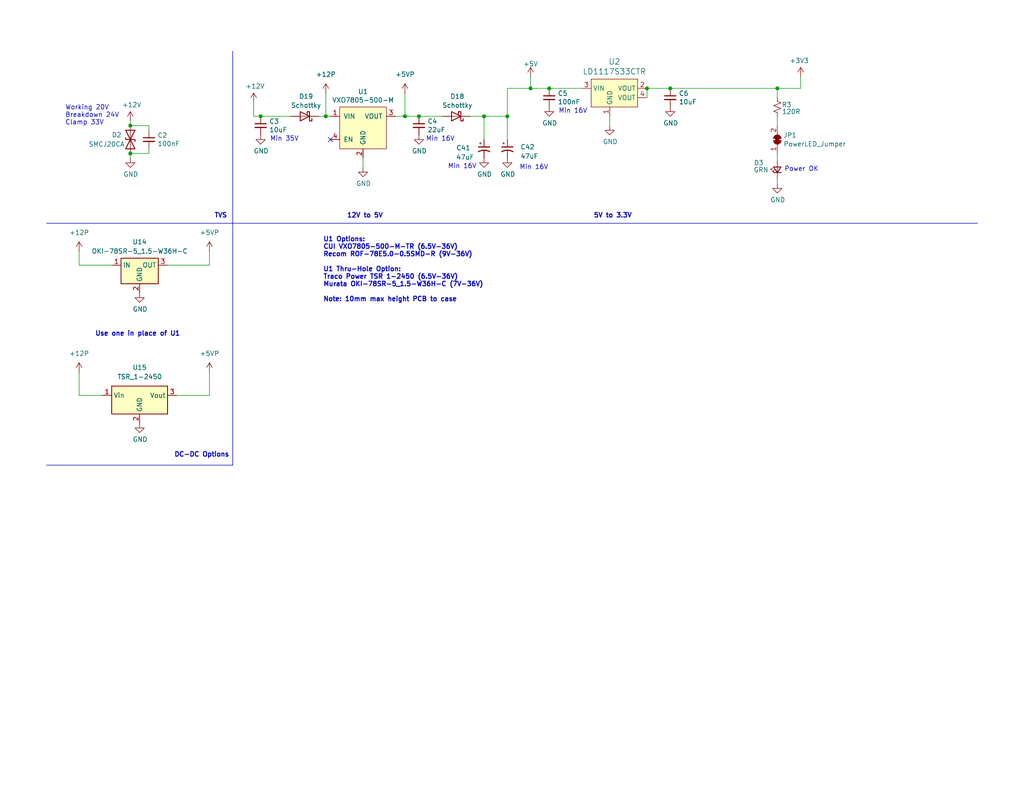
<source format=kicad_sch>
(kicad_sch (version 20250114) (generator "eeschema") (generator_version "9.0")
  (paper "USLetter")
  (title_block (title "dingoPDM") (date "2025-06-16") (rev "v7.5") (comment 3 "github.com/corygrant") (comment 4 "Cory Grant"))
  (lib_symbols
    (symbol "CUI_Regulators:VXO780x-500-M" (pin_names (offset 1.016))
      (property "Reference" "U" (at 3.81 -7.62 0))
      (property "Value" "VXO780x-500-M" (at 0 6.35 0))
      (symbol "VXO780x-500-M_0_1"
        (rectangle (start -6.35 5.08) (end 6.35 -6.35) (fill (type background)))
      )
      (symbol "VXO780x-500-M_1_1"
        (pin power_in line (at -8.89 2.54 0) (length 2.54) (name "VIN") (number "1"))
        (pin input line (at -8.89 -3.81 0) (length 2.54) (name "EN") (number "4"))
        (pin power_in line (at 0 -8.89 90) (length 2.54) (name "GND") (number "2"))
        (pin power_out line (at 8.89 2.54 180) (length 2.54) (name "VOUT") (number "3"))
      )
    )
    (symbol "Converter_DCDC:OKI-78SR-5_1.5-W36H-C"
      (property "Reference" "U" (at -3.81 3.175 0))
      (property "Value" "OKI-78SR-5_1.5-W36H-C" (at 0 3.175 0))
      (symbol "OKI-78SR-5_1.5-W36H-C_0_1"
        (rectangle (start -5.08 1.905) (end 5.08 -5.08) (stroke (width 0.254)) (fill (type background)))
      )
      (symbol "OKI-78SR-5_1.5-W36H-C_1_1"
        (pin power_in line (at -7.62 0 0) (length 2.54) (name "IN") (number "1"))
        (pin power_in line (at 0 -7.62 90) (length 2.54) (name "GND") (number "2"))
        (pin power_out line (at 7.62 0 180) (length 2.54) (name "OUT") (number "3"))
      )
    )
    (symbol "Device:C_Polarized_Small_US" (pin_numbers (hide yes)) (pin_names (offset 0.254) (hide yes))
      (property "Reference" "C" (at 0.254 1.778 0))
      (property "Value" "C_Polarized_Small_US" (at 0.254 -2.032 0))
      (symbol "C_Polarized_Small_US_0_1"
        (polyline (pts (xy -1.524 0.508) (xy 1.524 0.508)) (stroke (width 0.3048)))
        (polyline (pts (xy -1.27 1.524) (xy -0.762 1.524)))
        (polyline (pts (xy -1.016 1.27) (xy -1.016 1.778)))
        (arc (start -1.524 -0.762) (mid 0 -0.3734) (end 1.524 -0.762) (stroke (width 0.3048)))
      )
      (symbol "C_Polarized_Small_US_1_1"
        (pin passive line (at 0 2.54 270) (length 2.032) (name "~") (number "1"))
        (pin passive line (at 0 -2.54 90) (length 2.032) (name "~") (number "2"))
      )
    )
    (symbol "Device:C_Small" (pin_numbers (hide yes)) (pin_names (offset 0.254) (hide yes))
      (property "Reference" "C" (at 0.254 1.778 0))
      (property "Value" "C_Small" (at 0.254 -2.032 0))
      (symbol "C_Small_0_1"
        (polyline (pts (xy -1.524 0.508) (xy 1.524 0.508)) (stroke (width 0.3048)))
        (polyline (pts (xy -1.524 -0.508) (xy 1.524 -0.508)) (stroke (width 0.3302)))
      )
      (symbol "C_Small_1_1"
        (pin passive line (at 0 2.54 270) (length 2.032) (name "~") (number "1"))
        (pin passive line (at 0 -2.54 90) (length 2.032) (name "~") (number "2"))
      )
    )
    (symbol "Device:D_Schottky" (pin_numbers (hide yes)) (pin_names (offset 1.016) (hide yes))
      (property "Reference" "D" (at 0 2.54 0))
      (property "Value" "D_Schottky" (at 0 -2.54 0))
      (symbol "D_Schottky_0_1"
        (polyline (pts (xy -1.905 0.635) (xy -1.905 1.27) (xy -1.27 1.27) (xy -1.27 -1.27) (xy -0.635 -1.27) (xy -0.635 -0.635)) (stroke (width 0.254)))
        (polyline (pts (xy 1.27 1.27) (xy 1.27 -1.27) (xy -1.27 0) (xy 1.27 1.27)) (stroke (width 0.254)))
        (polyline (pts (xy 1.27 0) (xy -1.27 0)))
      )
      (symbol "D_Schottky_1_1"
        (pin passive line (at -3.81 0 0) (length 2.54) (name "K") (number "1"))
        (pin passive line (at 3.81 0 180) (length 2.54) (name "A") (number "2"))
      )
    )
    (symbol "Device:D_TVS" (pin_numbers (hide yes)) (pin_names (offset 1.016) (hide yes))
      (property "Reference" "D" (at 0 2.54 0))
      (property "Value" "D_TVS" (at 0 -2.54 0))
      (symbol "D_TVS_0_1"
        (polyline (pts (xy -2.54 1.27) (xy -2.54 -1.27) (xy 2.54 1.27) (xy 2.54 -1.27) (xy -2.54 1.27)) (stroke (width 0.254)))
        (polyline (pts (xy 0.508 1.27) (xy 0 1.27) (xy 0 -1.27) (xy -0.508 -1.27)) (stroke (width 0.254)))
        (polyline (pts (xy 1.27 0) (xy -1.27 0)))
      )
      (symbol "D_TVS_1_1"
        (pin passive line (at -3.81 0 0) (length 2.54) (name "A1") (number "1"))
        (pin passive line (at 3.81 0 180) (length 2.54) (name "A2") (number "2"))
      )
    )
    (symbol "Device:LED_Small" (pin_numbers (hide yes)) (pin_names (offset 0.254) (hide yes))
      (property "Reference" "D" (at -1.27 3.175 0))
      (property "Value" "LED_Small" (at -4.445 -2.54 0))
      (symbol "LED_Small_0_1"
        (polyline (pts (xy -0.762 -1.016) (xy -0.762 1.016)) (stroke (width 0.254)))
        (polyline (pts (xy 0 0.762) (xy -0.508 1.27) (xy -0.254 1.27) (xy -0.508 1.27) (xy -0.508 1.016)))
        (polyline (pts (xy 0.508 1.27) (xy 0 1.778) (xy 0.254 1.778) (xy 0 1.778) (xy 0 1.524)))
        (polyline (pts (xy 0.762 -1.016) (xy -0.762 0) (xy 0.762 1.016) (xy 0.762 -1.016)) (stroke (width 0.254)))
        (polyline (pts (xy 1.016 0) (xy -0.762 0)))
      )
      (symbol "LED_Small_1_1"
        (pin passive line (at -2.54 0 0) (length 1.778) (name "K") (number "1"))
        (pin passive line (at 2.54 0 180) (length 1.778) (name "A") (number "2"))
      )
    )
    (symbol "Device:R_Small_US" (pin_numbers (hide yes)) (pin_names (offset 0.254) (hide yes))
      (property "Reference" "R" (at 0.762 0.508 0))
      (property "Value" "R_Small_US" (at 0.762 -1.016 0))
      (symbol "R_Small_US_1_1"
        (polyline (pts (xy 0 1.524) (xy 1.016 1.143) (xy 0 0.762) (xy -1.016 0.381) (xy 0 0)))
        (polyline (pts (xy 0 0) (xy 1.016 -0.381) (xy 0 -0.762) (xy -1.016 -1.143) (xy 0 -1.524)))
        (pin passive line (at 0 2.54 270) (length 1.016) (name "~") (number "1"))
        (pin passive line (at 0 -2.54 90) (length 1.016) (name "~") (number "2"))
      )
    )
    (symbol "Jumper:SolderJumper_2_Bridged" (pin_names (offset 0) (hide yes))
      (property "Reference" "JP" (at 0 2.032 0))
      (property "Value" "SolderJumper_2_Bridged" (at 0 -2.54 0))
      (symbol "SolderJumper_2_Bridged_0_1"
        (rectangle (start -0.508 0.508) (end 0.508 -0.508) (fill (type outline)))
        (polyline (pts (xy -0.254 1.016) (xy -0.254 -1.016)))
        (arc (start -0.254 -1.016) (mid -1.2656 0) (end -0.254 1.016))
        (arc (start -0.254 -1.016) (mid -1.2656 0) (end -0.254 1.016) (fill (type outline)))
        (arc (start 0.254 1.016) (mid 1.2656 0) (end 0.254 -1.016))
        (arc (start 0.254 1.016) (mid 1.2656 0) (end 0.254 -1.016) (fill (type outline)))
        (polyline (pts (xy 0.254 1.016) (xy 0.254 -1.016)))
      )
      (symbol "SolderJumper_2_Bridged_1_1"
        (pin passive line (at -3.81 0 0) (length 2.54) (name "A") (number "1"))
        (pin passive line (at 3.81 0 180) (length 2.54) (name "B") (number "2"))
      )
    )
    (symbol "Regulator_Switching:TSR_1-2450"
      (property "Reference" "U" (at -7.62 6.35 0))
      (property "Value" "TSR_1-2450" (at -1.27 6.35 0))
      (symbol "TSR_1-2450_0_1"
        (rectangle (start -7.62 5.08) (end 7.62 -2.54) (stroke (width 0.254)) (fill (type background)))
      )
      (symbol "TSR_1-2450_1_1"
        (pin power_in line (at -10.16 2.54 0) (length 2.54) (name "Vin") (number "1"))
        (pin power_in line (at 0 -5.08 90) (length 2.54) (name "GND") (number "2"))
        (pin power_out line (at 10.16 2.54 180) (length 2.54) (name "Vout") (number "3"))
      )
    )
    (symbol "dk_PMIC-Voltage-Regulators-Linear:LD1117S33CTR"
      (property "Reference" "U" (at 1.27 3.81 0))
      (property "Value" "LD1117S33CTR" (at 1.27 6.35 0))
      (symbol "LD1117S33CTR_1_1"
        (rectangle (start -5.08 2.54) (end 7.62 -5.08) (fill (type background)))
        (pin power_in line (at -7.62 0 0) (length 2.54) (name "VIN") (number "3"))
        (pin power_in line (at 0 -7.62 90) (length 2.54) (name "GND") (number "1"))
        (pin power_out line (at 10.16 0 180) (length 2.54) (name "VOUT") (number "2"))
        (pin power_out line (at 10.16 -2.54 180) (length 2.54) (name "VOUT") (number "4"))
      )
    )
    (symbol "power:+12P" (power) (pin_numbers (hide yes)) (pin_names (offset 0) (hide yes))
      (property "Value" "+12P" (at 0 3.556 0))
      (symbol "+12P_0_1"
        (polyline (pts (xy -0.762 1.27) (xy 0 2.54)))
        (polyline (pts (xy 0 2.54) (xy 0.762 1.27)))
        (polyline (pts (xy 0 0) (xy 0 2.54)))
      )
      (symbol "+12P_1_1"
        (pin power_in line (at 0 0 90) (length 0) (name "~") (number "1"))
      )
    )
    (symbol "power:+12V" (power) (pin_names (offset 0))
      (property "Value" "+12V" (at 0 3.556 0))
      (symbol "+12V_0_1"
        (polyline (pts (xy -0.762 1.27) (xy 0 2.54)))
        (polyline (pts (xy 0 2.54) (xy 0.762 1.27)))
        (polyline (pts (xy 0 0) (xy 0 2.54)))
      )
      (symbol "+12V_1_1"
        (pin power_in line (at 0 0 90) (length 0) (hide yes) (name "+12V") (number "1"))
      )
    )
    (symbol "power:+3V3" (power) (pin_names (offset 0))
      (property "Value" "+3V3" (at 0 3.556 0))
      (symbol "+3V3_0_1"
        (polyline (pts (xy -0.762 1.27) (xy 0 2.54)))
        (polyline (pts (xy 0 2.54) (xy 0.762 1.27)))
        (polyline (pts (xy 0 0) (xy 0 2.54)))
      )
      (symbol "+3V3_1_1"
        (pin power_in line (at 0 0 90) (length 0) (hide yes) (name "+3V3") (number "1"))
      )
    )
    (symbol "power:+5V" (power) (pin_names (offset 0))
      (property "Value" "+5V" (at 0 3.556 0))
      (symbol "+5V_0_1"
        (polyline (pts (xy -0.762 1.27) (xy 0 2.54)))
        (polyline (pts (xy 0 2.54) (xy 0.762 1.27)))
        (polyline (pts (xy 0 0) (xy 0 2.54)))
      )
      (symbol "+5V_1_1"
        (pin power_in line (at 0 0 90) (length 0) (hide yes) (name "+5V") (number "1"))
      )
    )
    (symbol "power:+5VP" (power) (pin_numbers (hide yes)) (pin_names (offset 0) (hide yes))
      (property "Value" "+5VP" (at 0 3.556 0))
      (symbol "+5VP_0_1"
        (polyline (pts (xy -0.762 1.27) (xy 0 2.54)))
        (polyline (pts (xy 0 2.54) (xy 0.762 1.27)))
        (polyline (pts (xy 0 0) (xy 0 2.54)))
      )
      (symbol "+5VP_1_1"
        (pin power_in line (at 0 0 90) (length 0) (name "~") (number "1"))
      )
    )
    (symbol "power:GND" (power) (pin_names (offset 0))
      (property "Value" "GND" (at 0 -3.81 0))
      (symbol "GND_0_1"
        (polyline (pts (xy 0 0) (xy 0 -1.27) (xy 1.27 -1.27) (xy 0 -2.54) (xy -1.27 -1.27) (xy 0 -1.27)))
      )
      (symbol "GND_1_1"
        (pin power_in line (at 0 0 270) (length 0) (hide yes) (name "GND") (number "1"))
      )
    )
  )
  (text "Min 16V" (at 116.205 38.735 0) (effects (font (size 1.27 1.27)) (justify left bottom)))
  (text "TVS" (at 58.42 59.69 0) (effects (font (size 1.27 1.27) (thickness 0.254) (bold yes)) (justify left bottom)))
  (text "Min 35V" (at 73.66 38.735 0) (effects (font (size 1.27 1.27)) (justify left bottom)))
  (text "Power OK" (at 213.995 46.99 0) (effects (font (size 1.27 1.27)) (justify left bottom)))
  (text "Min 16V" (at 141.732 46.482 0) (effects (font (size 1.27 1.27)) (justify left bottom)))
  (text "5V to 3.3V" (at 161.925 59.69 0) (effects (font (size 1.27 1.27) (thickness 0.254) (bold yes)) (justify left bottom)))
  (text "U1 Options:\nCUI VXO7805-500-M-TR (6.5V-36V)\nRecom ROF-78E5.0-0.5SMD-R (9V-36V)\n\nU1 Thru-Hole Option:\nTraco Power TSR 1-2450 (6.5V-36V)\nMurata OKI-78SR-5_1.5-W36H-C (7V-36V)\n\nNote: 10mm max height PCB to case" (at 88.138 82.55 0) (effects (font (size 1.27 1.27) (thickness 0.254) (bold yes)) (justify left bottom)))
  (text "12V to 5V" (at 94.615 59.69 0) (effects (font (size 1.27 1.27) (thickness 0.254) (bold yes)) (justify left bottom)))
  (text "DC-DC Options" (at 47.498 124.968 0) (effects (font (size 1.27 1.27) (thickness 0.254) (bold yes)) (justify left bottom)))
  (text "Min 16V" (at 152.4 31.115 0) (effects (font (size 1.27 1.27)) (justify left bottom)))
  (text "Use one in place of U1" (at 25.908 91.948 0) (effects (font (size 1.27 1.27) (thickness 0.254) (bold yes)) (justify left bottom)))
  (text "Working 20V\nBreakdown 24V\nClamp 33V" (at 17.78 34.29 0) (effects (font (size 1.27 1.27)) (justify left bottom)))
  (text "Min 16V" (at 122.174 46.228 0) (effects (font (size 1.27 1.27)) (justify left bottom)))
  (junction (at 110.49 31.75))
  (junction (at 35.56 41.91))
  (junction (at 176.53 24.13))
  (junction (at 212.09 24.13))
  (junction (at 88.9 31.75))
  (junction (at 138.43 31.75))
  (junction (at 114.3 31.75))
  (junction (at 71.12 31.75))
  (junction (at 149.86 24.13))
  (junction (at 35.56 34.29))
  (junction (at 132.08 31.75))
  (junction (at 144.78 24.13))
  (junction (at 182.88 24.13))
  (no_connect (at 90.17 38.1))
  (wire (pts (xy 132.08 31.75) (xy 132.08 38.1)))
  (wire (pts (xy 218.44 20.955) (xy 218.44 24.13)))
  (wire (pts (xy 48.26 107.95) (xy 57.15 107.95)))
  (wire (pts (xy 35.56 41.91) (xy 40.64 41.91)))
  (wire (pts (xy 107.95 31.75) (xy 110.49 31.75)))
  (wire (pts (xy 110.49 31.75) (xy 114.3 31.75)))
  (polyline (pts (xy 12.7 60.96) (xy 266.7 60.96)))
  (wire (pts (xy 45.72 72.39) (xy 57.15 72.39)))
  (wire (pts (xy 128.27 31.75) (xy 132.08 31.75)))
  (wire (pts (xy 88.9 25.4) (xy 88.9 31.75)))
  (wire (pts (xy 21.59 107.95) (xy 21.59 101.6)))
  (polyline (pts (xy 63.5 13.97) (xy 63.5 60.96)))
  (wire (pts (xy 144.78 24.13) (xy 149.86 24.13)))
  (wire (pts (xy 212.09 24.13) (xy 218.44 24.13)))
  (wire (pts (xy 212.09 41.91) (xy 212.09 43.815)))
  (wire (pts (xy 132.08 31.75) (xy 138.43 31.75)))
  (wire (pts (xy 114.3 31.75) (xy 120.65 31.75)))
  (wire (pts (xy 176.53 26.67) (xy 176.53 24.13)))
  (wire (pts (xy 86.995 31.75) (xy 88.9 31.75)))
  (wire (pts (xy 30.48 72.39) (xy 21.59 72.39)))
  (wire (pts (xy 88.9 31.75) (xy 90.17 31.75)))
  (wire (pts (xy 212.09 24.13) (xy 212.09 26.67)))
  (wire (pts (xy 69.215 27.94) (xy 69.215 31.75)))
  (wire (pts (xy 27.94 107.95) (xy 21.59 107.95)))
  (wire (pts (xy 176.53 24.13) (xy 182.88 24.13)))
  (wire (pts (xy 35.56 34.29) (xy 40.64 34.29)))
  (wire (pts (xy 71.12 31.75) (xy 79.375 31.75)))
  (wire (pts (xy 158.75 24.13) (xy 149.86 24.13)))
  (wire (pts (xy 69.215 31.75) (xy 71.12 31.75)))
  (wire (pts (xy 110.49 25.4) (xy 110.49 31.75)))
  (wire (pts (xy 57.15 72.39) (xy 57.15 68.58)))
  (wire (pts (xy 40.64 34.29) (xy 40.64 35.56)))
  (wire (pts (xy 21.59 72.39) (xy 21.59 68.58)))
  (wire (pts (xy 212.09 50.165) (xy 212.09 48.895)))
  (polyline (pts (xy 63.5 60.96) (xy 63.5 127)))
  (polyline (pts (xy 12.7 127) (xy 63.5 127)))
  (wire (pts (xy 57.15 107.95) (xy 57.15 101.6)))
  (wire (pts (xy 138.43 24.13) (xy 144.78 24.13)))
  (wire (pts (xy 138.43 31.75) (xy 138.43 38.1)))
  (wire (pts (xy 99.06 43.18) (xy 99.06 45.72)))
  (wire (pts (xy 35.56 33.02) (xy 35.56 34.29)))
  (wire (pts (xy 138.43 31.75) (xy 138.43 24.13)))
  (wire (pts (xy 144.78 20.955) (xy 144.78 24.13)))
  (wire (pts (xy 35.56 41.91) (xy 35.56 43.18)))
  (wire (pts (xy 166.37 34.29) (xy 166.37 31.75)))
  (wire (pts (xy 40.64 41.91) (xy 40.64 40.64)))
  (wire (pts (xy 212.09 31.75) (xy 212.09 34.29)))
  (wire (pts (xy 182.88 24.13) (xy 212.09 24.13)))
  (symbol (lib_id "power:+12V") (at 69.215 27.94 0) (unit 1)
    (property "Reference" "#PWR07" (effects (hide yes)))
    (property "Value" "+12V" (at 69.596 23.5458 0))
  )
  (symbol (lib_id "power:GND") (at 99.06 45.72 0) (unit 1)
    (property "Reference" "#PWR010" (effects (hide yes)))
    (property "Value" "GND" (at 99.187 50.1142 0))
  )
  (symbol (lib_id "power:GND") (at 35.56 43.18 0) (unit 1)
    (property "Reference" "#PWR06" (effects (hide yes)))
    (property "Value" "GND" (at 35.687 47.5742 0))
  )
  (symbol (lib_id "power:+12V") (at 35.56 33.02 0) (unit 1)
    (property "Reference" "#PWR05" (effects (hide yes)))
    (property "Value" "+12V" (at 35.941 28.6258 0))
  )
  (symbol (lib_id "Device:D_TVS") (at 35.56 38.1 270) (unit 1)
    (property "Reference" "D2" (at 30.48 36.83 90) (effects (justify left)))
    (property "Value" "SMCJ20CA" (at 24.13 39.37 90) (effects (justify left)))
    (property "Footprint" "dingoPDM:DO-214AB_TVS" (effects (hide yes)))
    (property "Digi-Key_PN" "SMCJ20CABCT-ND" (effects (hide yes)))
    (property "LCSC" "C2760132" (effects (hide yes)))
  )
  (symbol (lib_id "Device:C_Small") (at 40.64 38.1 0) (unit 1)
    (property "Reference" "C2" (at 42.9768 36.9316 0) (effects (justify left)))
    (property "Value" "100nF" (at 42.9768 39.243 0) (effects (justify left)))
    (property "Footprint" "Capacitor_SMD:C_0805_2012Metric" (effects (hide yes)))
    (property "Digi-Key_PN" "478-1395-1-ND" (effects (hide yes)))
    (property "LCSC" "C49678" (effects (hide yes)))
  )
  (symbol (lib_id "CUI_Regulators:VXO780x-500-M") (at 99.06 34.29 0) (unit 1)
    (property "Reference" "U1" (at 99.06 25.019 0))
    (property "Value" "VXO7805-500-M" (at 99.06 27.3304 0))
    (property "Footprint" "dingoPDM:VXO78x-500-M" (effects (hide yes)))
    (property "Digi-Key_PN" "102-VXO7805-500-M-CT-ND" (effects (hide yes)))
  )
  (symbol (lib_id "Device:C_Small") (at 71.12 34.29 0) (unit 1)
    (property "Reference" "C3" (at 73.4568 33.1216 0) (effects (justify left)))
    (property "Value" "10uF" (at 73.4568 35.433 0) (effects (justify left)))
    (property "Footprint" "Capacitor_SMD:C_0805_2012Metric" (effects (hide yes)))
    (property "Digi-Key_PN" "445-11516-1-ND" (effects (hide yes)))
    (property "LCSC" "C15850" (effects (hide yes)))
  )
  (symbol (lib_id "Device:C_Small") (at 114.3 34.29 0) (unit 1)
    (property "Reference" "C4" (at 116.6368 33.1216 0) (effects (justify left)))
    (property "Value" "22uF" (at 116.6368 35.433 0) (effects (justify left)))
    (property "Footprint" "Capacitor_SMD:C_0805_2012Metric" (effects (hide yes)))
    (property "Digi-Key_PN" "490-10749-1-ND" (effects (hide yes)))
    (property "LCSC" "C45783" (effects (hide yes)))
  )
  (symbol (lib_id "power:GND") (at 114.3 36.83 0) (unit 1)
    (property "Reference" "#PWR011" (effects (hide yes)))
    (property "Value" "GND" (at 114.427 41.2242 0))
  )
  (symbol (lib_id "power:GND") (at 71.12 36.83 0) (unit 1)
    (property "Reference" "#PWR09" (effects (hide yes)))
    (property "Value" "GND" (at 71.247 41.2242 0))
  )
  (symbol (lib_id "dk_PMIC-Voltage-Regulators-Linear:LD1117S33CTR") (at 166.37 24.13 0) (unit 1)
    (property "Reference" "U2" (at 167.64 16.8402 0) (effects (font (size 1.524 1.524))))
    (property "Value" "LD1117S33CTR" (at 167.64 19.5326 0) (effects (font (size 1.524 1.524))))
    (property "Footprint" "dingoPDM:SOT-223" (effects (hide yes)))
    (property "Digi-Key_PN" "497-1241-1-ND" (effects (hide yes)))
    (property "LCSC" "C35879" (effects (hide yes)))
  )
  (symbol (lib_id "Device:C_Small") (at 149.86 26.67 0) (unit 1)
    (property "Reference" "C5" (at 152.1968 25.5016 0) (effects (justify left)))
    (property "Value" "100nF" (at 152.1968 27.813 0) (effects (justify left)))
    (property "Footprint" "Capacitor_SMD:C_0805_2012Metric" (effects (hide yes)))
    (property "Digi-Key_PN" "478-1395-1-ND" (effects (hide yes)))
    (property "LCSC" "C49678" (effects (hide yes)))
  )
  (symbol (lib_id "power:+3V3") (at 218.44 20.955 0) (mirror y) (unit 1)
    (property "Reference" "#PWR017" (effects (hide yes)))
    (property "Value" "+3V3" (at 218.059 16.5608 0))
  )
  (symbol (lib_id "Device:C_Small") (at 182.88 26.67 0) (unit 1)
    (property "Reference" "C6" (at 185.2168 25.5016 0) (effects (justify left)))
    (property "Value" "10uF" (at 185.2168 27.813 0) (effects (justify left)))
    (property "Footprint" "Capacitor_SMD:C_0805_2012Metric" (effects (hide yes)))
    (property "Digi-Key_PN" "445-11516-1-ND" (effects (hide yes)))
    (property "LCSC" "C15850" (effects (hide yes)))
  )
  (symbol (lib_id "power:GND") (at 166.37 34.29 0) (unit 1)
    (property "Reference" "#PWR014" (effects (hide yes)))
    (property "Value" "GND" (at 166.497 38.6842 0))
  )
  (symbol (lib_id "power:GND") (at 149.86 29.21 0) (unit 1)
    (property "Reference" "#PWR013" (effects (hide yes)))
    (property "Value" "GND" (at 149.987 33.6042 0))
  )
  (symbol (lib_id "power:GND") (at 182.88 29.21 0) (unit 1)
    (property "Reference" "#PWR015" (effects (hide yes)))
    (property "Value" "GND" (at 183.007 33.6042 0))
  )
  (symbol (lib_id "Device:LED_Small") (at 212.09 46.355 90) (unit 1)
    (property "Reference" "D3" (at 207.01 44.45 90))
    (property "Value" "GRN" (at 207.645 46.355 90))
    (property "Footprint" "LED_SMD:LED_0805_2012Metric" (effects (hide yes)))
    (property "Digi-Key_PN" "475-1410-1-ND" (effects (hide yes)))
    (property "LCSC" "C2899888" (effects (hide yes)))
  )
  (symbol (lib_id "Device:R_Small_US") (at 212.09 29.21 180) (unit 1)
    (property "Reference" "R3" (at 214.63 28.575 0))
    (property "Value" "120R" (at 215.9 30.48 0))
    (property "Footprint" "Resistor_SMD:R_0805_2012Metric" (effects (hide yes)))
    (property "Digi-Key_PN" "311-120CRCT-ND" (effects (hide yes)))
    (property "LCSC" "C229076" (effects (hide yes)))
  )
  (symbol (lib_id "power:GND") (at 212.09 50.165 0) (unit 1)
    (property "Reference" "#PWR016" (effects (hide yes)))
    (property "Value" "GND" (at 212.217 54.5592 0))
  )
  (symbol (lib_id "Device:C_Polarized_Small_US") (at 132.08 40.64 0) (unit 1)
    (property "Reference" "C41" (at 124.46 40.386 0) (effects (justify left)))
    (property "Value" "47uF" (at 124.46 42.926 0) (effects (justify left)))
    (property "Footprint" "Capacitor_SMD:C_2220_5750Metric" (effects (hide yes)))
    (property "Description" "Polarized capacitor, small US symbol" (effects (hide yes)))
    (property "Digi-Key_PN" "445-7935-1-ND" (effects (hide yes)))
    (property "LCSC" "C22388555" (effects (hide yes)))
  )
  (symbol (lib_id "power:+12P") (at 21.59 68.58 0) (unit 1)
    (property "Reference" "#PWR096" (effects (hide yes)))
    (property "Value" "+12P" (at 21.59 63.5 0))
    (property "Description" "Power symbol creates a global label with name \"+12P\"" (effects (hide yes)))
  )
  (symbol (lib_id "Converter_DCDC:OKI-78SR-5_1.5-W36H-C") (at 38.1 72.39 0) (unit 1)
    (property "Reference" "U14" (at 38.1 66.04 0))
    (property "Value" "OKI-78SR-5_1.5-W36H-C" (at 38.1 68.58 0))
    (property "Footprint" "Converter_DCDC:Converter_DCDC_Murata_OKI-78SR_Horizontal" (effects (hide yes)))
    (property "Datasheet" "https://power.murata.com/data/power/oki-78sr.pdf" (effects (hide yes)))
    (property "Description" "1.5A Step-Down DC/DC-Regulator, 7-36V input, 5V fixed Output Voltage, LM78xx replacement, -40°C to +85°C, OKI-78SR_Horizontal" (effects (hide yes)))
  )
  (symbol (lib_id "Device:D_Schottky") (at 124.46 31.75 180) (unit 1)
    (property "Reference" "D18" (at 124.7775 26.3357 0))
    (property "Value" "Schottky" (at 124.7775 28.7599 0))
    (property "Footprint" "Diode_SMD:D_SOD-123" (effects (hide yes)))
    (property "Digi-Key_PN" "1727-2394-1-ND" (effects (hide yes)))
    (property "LCSC" "C179426" (effects (hide yes)))
  )
  (symbol (lib_id "power:GND") (at 138.43 43.18 0) (unit 1)
    (property "Reference" "#PWR0102" (effects (hide yes)))
    (property "Value" "GND" (at 138.557 47.5742 0))
  )
  (symbol (lib_id "power:+5V") (at 144.78 20.955 0) (unit 1)
    (property "Reference" "#PWR012" (effects (hide yes)))
    (property "Value" "+5V" (at 144.78 17.4531 0))
  )
  (symbol (lib_id "power:+5VP") (at 57.15 101.6 0) (unit 1)
    (property "Reference" "#PWR099" (effects (hide yes)))
    (property "Value" "+5VP" (at 57.15 96.52 0))
    (property "Description" "Power symbol creates a global label with name \"+5VP\"" (effects (hide yes)))
  )
  (symbol (lib_id "Device:D_Schottky") (at 83.185 31.75 180) (unit 1)
    (property "Reference" "D19" (at 83.5025 26.3357 0))
    (property "Value" "Schottky" (at 83.5025 28.7599 0))
    (property "Footprint" "Diode_SMD:D_SOD-123" (effects (hide yes)))
    (property "Digi-Key_PN" "1727-2394-1-ND" (effects (hide yes)))
    (property "LCSC" "C179426" (effects (hide yes)))
  )
  (symbol (lib_id "Jumper:SolderJumper_2_Bridged") (at 212.09 38.1 90) (unit 1)
    (property "Reference" "JP1" (at 213.741 36.8879 90) (effects (justify right)))
    (property "Value" "PowerLED_Jumper" (at 213.741 39.3121 90) (effects (justify right)))
    (property "Footprint" "Jumper:SolderJumper-2_P1.3mm_Bridged_RoundedPad1.0x1.5mm" (effects (hide yes)))
  )
  (symbol (lib_id "power:GND") (at 38.1 115.57 0) (unit 1)
    (property "Reference" "#PWR0100" (effects (hide yes)))
    (property "Value" "GND" (at 38.227 119.9642 0))
  )
  (symbol (lib_id "Regulator_Switching:TSR_1-2450") (at 38.1 110.49 0) (unit 1)
    (property "Reference" "U15" (at 38.1 100.33 0))
    (property "Value" "TSR_1-2450" (at 38.1 102.87 0))
    (property "Footprint" "Converter_DCDC:Converter_DCDC_TRACO_TSR-1_THT" (effects (hide yes)))
    (property "Datasheet" "http://www.tracopower.com/products/tsr1.pdf" (effects (hide yes)))
    (property "Description" "1A step-down regulator module, fixed 5V output voltage, 5-36V input voltage, -40°C to +85°C temperature range, TO-220 compatible LM78xx replacement" (effects (hide yes)))
  )
  (symbol (lib_id "Device:C_Polarized_Small_US") (at 138.43 40.64 0) (unit 1)
    (property "Reference" "C42" (at 141.986 40.132 0) (effects (justify left)))
    (property "Value" "47uF" (at 141.986 42.672 0) (effects (justify left)))
    (property "Footprint" "Capacitor_SMD:C_2220_5750Metric" (effects (hide yes)))
    (property "Description" "Polarized capacitor, small US symbol" (effects (hide yes)))
    (property "Digi-Key_PN" "445-7935-1-ND" (effects (hide yes)))
    (property "LCSC" "C22388555" (effects (hide yes)))
  )
  (symbol (lib_id "power:+5VP") (at 57.15 68.58 0) (unit 1)
    (property "Reference" "#PWR097" (effects (hide yes)))
    (property "Value" "+5VP" (at 57.15 63.5 0))
    (property "Description" "Power symbol creates a global label with name \"+5VP\"" (effects (hide yes)))
  )
  (symbol (lib_id "power:+5VP") (at 110.49 25.4 0) (unit 1)
    (property "Reference" "#PWR095" (effects (hide yes)))
    (property "Value" "+5VP" (at 110.49 20.32 0))
    (property "Description" "Power symbol creates a global label with name \"+5VP\"" (effects (hide yes)))
  )
  (symbol (lib_id "power:GND") (at 132.08 43.18 0) (unit 1)
    (property "Reference" "#PWR0101" (effects (hide yes)))
    (property "Value" "GND" (at 132.207 47.5742 0))
  )
  (symbol (lib_id "power:+12P") (at 88.9 25.4 0) (unit 1)
    (property "Reference" "#PWR094" (effects (hide yes)))
    (property "Value" "+12P" (at 88.9 20.32 0))
    (property "Description" "Power symbol creates a global label with name \"+12P\"" (effects (hide yes)))
  )
  (symbol (lib_id "power:GND") (at 38.1 80.01 0) (unit 1)
    (property "Reference" "#PWR093" (effects (hide yes)))
    (property "Value" "GND" (at 38.227 84.4042 0))
  )
  (symbol (lib_id "power:+12P") (at 21.59 101.6 0) (unit 1)
    (property "Reference" "#PWR098" (effects (hide yes)))
    (property "Value" "+12P" (at 21.59 96.52 0))
    (property "Description" "Power symbol creates a global label with name \"+12P\"" (effects (hide yes)))
  )
)
</source>
